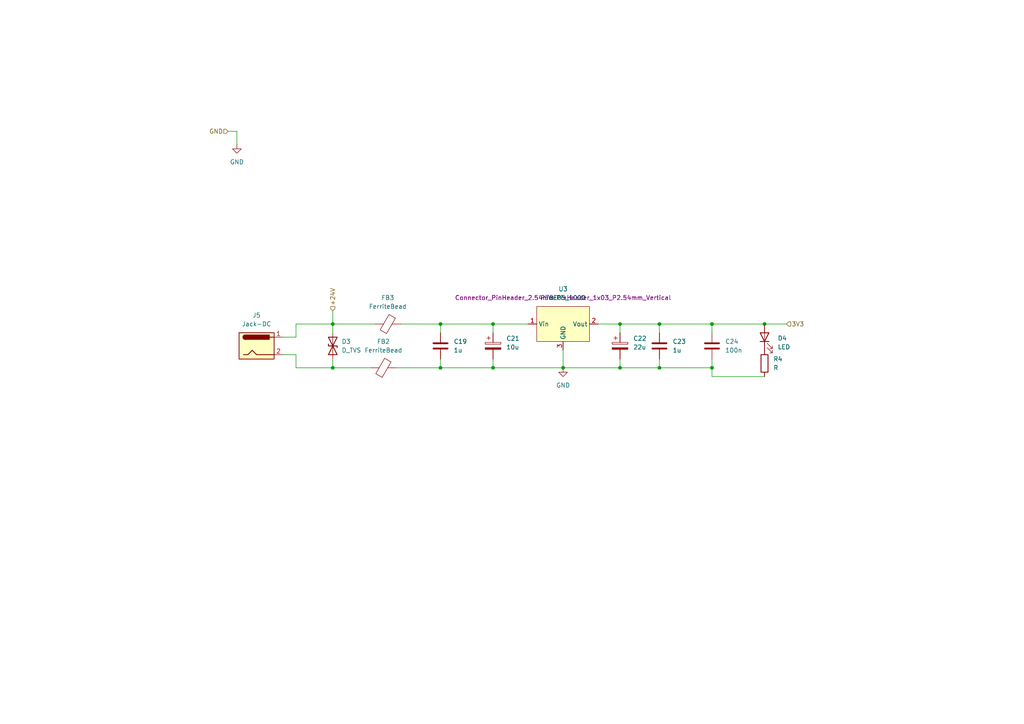
<source format=kicad_sch>
(kicad_sch (version 20211123) (generator eeschema)
  (paper "A4")
  (lib_symbols
    (symbol "Connector:Jack-DC" (pin_names (offset 1.016))
      (property "Reference" "J" (at 0 5.334 0))
      (property "Value" "Jack-DC" (at 0 -5.08 0))
      (symbol "Jack-DC_0_1"
        (rectangle (start -5.08 3.81) (end 5.08 -3.81) (stroke (width 0.254)) (fill (type background)))
        (arc (start -3.302 3.175) (mid -3.937 2.54) (end -3.302 1.905) (stroke (width 0.254)))
        (arc (start -3.302 3.175) (mid -3.937 2.54) (end -3.302 1.905) (stroke (width 0.254)) (fill (type outline)))
        (polyline (pts (xy 5.08 2.54) (xy 3.81 2.54)) (stroke (width 0.254)))
        (polyline (pts (xy -3.81 -2.54) (xy -2.54 -2.54) (xy -1.27 -1.27) (xy 0 -2.54) (xy 2.54 -2.54) (xy 5.08 -2.54)) (stroke (width 0.254)))
        (rectangle (start 3.683 3.175) (end -3.302 1.905) (stroke (width 0.254)) (fill (type outline)))
      )
      (symbol "Jack-DC_1_1"
        (pin passive line (at 7.62 2.54 180) (length 2.54) (name "~") (number "1"))
        (pin passive line (at 7.62 -2.54 180) (length 2.54) (name "~") (number "2"))
      )
    )
    (symbol "Device:C" (pin_numbers hide) (pin_names (offset 0.254))
      (property "Reference" "C" (at 0.635 2.54 0))
      (property "Value" "C" (at 0.635 -2.54 0))
      (symbol "C_0_1"
        (polyline (pts (xy -2.032 -0.762) (xy 2.032 -0.762)) (stroke (width 0.508)))
        (polyline (pts (xy -2.032 0.762) (xy 2.032 0.762)) (stroke (width 0.508)))
      )
      (symbol "C_1_1"
        (pin passive line (at 0 3.81 270) (length 2.794) (name "~") (number "1"))
        (pin passive line (at 0 -3.81 90) (length 2.794) (name "~") (number "2"))
      )
    )
    (symbol "Device:C_Polarized" (pin_numbers hide) (pin_names (offset 0.254))
      (property "Reference" "C" (at 0.635 2.54 0))
      (property "Value" "C_Polarized" (at 0.635 -2.54 0))
      (symbol "C_Polarized_0_1"
        (rectangle (start -2.286 0.508) (end 2.286 1.016))
        (polyline (pts (xy -1.778 2.286) (xy -0.762 2.286)))
        (polyline (pts (xy -1.27 2.794) (xy -1.27 1.778)))
        (rectangle (start 2.286 -0.508) (end -2.286 -1.016) (fill (type outline)))
      )
      (symbol "C_Polarized_1_1"
        (pin passive line (at 0 3.81 270) (length 2.794) (name "~") (number "1"))
        (pin passive line (at 0 -3.81 90) (length 2.794) (name "~") (number "2"))
      )
    )
    (symbol "Device:D_TVS" (pin_numbers hide) (pin_names (offset 1.016) hide)
      (property "Reference" "D" (at 0 2.54 0))
      (property "Value" "D_TVS" (at 0 -2.54 0))
      (symbol "D_TVS_0_1"
        (polyline (pts (xy 1.27 0) (xy -1.27 0)))
        (polyline (pts (xy 0.508 1.27) (xy 0 1.27) (xy 0 -1.27) (xy -0.508 -1.27)) (stroke (width 0.254)))
        (polyline (pts (xy -2.54 1.27) (xy -2.54 -1.27) (xy 2.54 1.27) (xy 2.54 -1.27) (xy -2.54 1.27)) (stroke (width 0.254)))
      )
      (symbol "D_TVS_1_1"
        (pin passive line (at -3.81 0 0) (length 2.54) (name "A1") (number "1"))
        (pin passive line (at 3.81 0 180) (length 2.54) (name "A2") (number "2"))
      )
    )
    (symbol "Device:FerriteBead" (pin_numbers hide) (pin_names (offset 0))
      (property "Reference" "FB" (at -3.81 0.635 90))
      (property "Value" "FerriteBead" (at 3.81 0 90))
      (symbol "FerriteBead_0_1"
        (polyline (pts (xy 0 -1.27) (xy 0 -1.2192)))
        (polyline (pts (xy 0 1.27) (xy 0 1.2954)))
        (polyline (pts (xy -2.7686 0.4064) (xy -1.7018 2.2606) (xy 2.7686 -0.3048) (xy 1.6764 -2.159) (xy -2.7686 0.4064)))
      )
      (symbol "FerriteBead_1_1"
        (pin passive line (at 0 3.81 270) (length 2.54) (name "~") (number "1"))
        (pin passive line (at 0 -3.81 90) (length 2.54) (name "~") (number "2"))
      )
    )
    (symbol "Device:LED" (pin_numbers hide) (pin_names (offset 1.016) hide)
      (property "Reference" "D" (at 0 2.54 0))
      (property "Value" "LED" (at 0 -2.54 0))
      (symbol "LED_0_1"
        (polyline (pts (xy -1.27 -1.27) (xy -1.27 1.27)) (stroke (width 0.254)))
        (polyline (pts (xy -1.27 0) (xy 1.27 0)))
        (polyline (pts (xy 1.27 -1.27) (xy 1.27 1.27) (xy -1.27 0) (xy 1.27 -1.27)) (stroke (width 0.254)))
        (polyline (pts (xy -3.048 -0.762) (xy -4.572 -2.286) (xy -3.81 -2.286) (xy -4.572 -2.286) (xy -4.572 -1.524)))
        (polyline (pts (xy -1.778 -0.762) (xy -3.302 -2.286) (xy -2.54 -2.286) (xy -3.302 -2.286) (xy -3.302 -1.524)))
      )
      (symbol "LED_1_1"
        (pin passive line (at -3.81 0 0) (length 2.54) (name "K") (number "1"))
        (pin passive line (at 3.81 0 180) (length 2.54) (name "A") (number "2"))
      )
    )
    (symbol "Device:R" (pin_numbers hide) (pin_names (offset 0))
      (property "Reference" "R" (at 2.032 0 90))
      (property "Value" "R" (at 0 0 90))
      (symbol "R_0_1"
        (rectangle (start -1.016 -2.54) (end 1.016 2.54) (stroke (width 0.254)))
      )
      (symbol "R_1_1"
        (pin passive line (at 0 3.81 270) (length 1.27) (name "~") (number "1"))
        (pin passive line (at 0 -3.81 90) (length 1.27) (name "~") (number "2"))
      )
    )
    (symbol "P78E05_1000:P78E05_1000"
      (property "Reference" "U" (at 0 10.16 0))
      (property "Value" "P78E05_1000" (at 0 7.62 0))
      (symbol "P78E05_1000_0_1"
        (rectangle (start -7.62 5.08) (end 7.62 -5.08) (stroke (width 0.1524)) (fill (type background)))
      )
      (symbol "P78E05_1000_1_1"
        (pin input line (at -10.16 0 0) (length 2.54) (name "Vin") (number "1"))
        (pin input line (at 10.16 0 180) (length 2.54) (name "Vout") (number "2"))
        (pin input line (at 0 -7.62 90) (length 2.54) (name "GND") (number "3"))
      )
    )
    (symbol "power:GND" (power) (pin_names (offset 0))
      (property "Value" "GND" (at 0 -3.81 0))
      (symbol "GND_0_1"
        (polyline (pts (xy 0 0) (xy 0 -1.27) (xy 1.27 -1.27) (xy 0 -2.54) (xy -1.27 -1.27) (xy 0 -1.27)))
      )
      (symbol "GND_1_1"
        (pin power_in line (at 0 0 270) (length 0) hide (name "GND") (number "1"))
      )
    )
  )
  (junction (at 179.832 106.68))
  (junction (at 127.762 106.68))
  (junction (at 179.832 93.98))
  (junction (at 143.002 93.98))
  (junction (at 163.322 106.68))
  (junction (at 206.502 93.98))
  (junction (at 206.502 106.68))
  (junction (at 221.742 93.98))
  (junction (at 127.762 93.98))
  (junction (at 191.262 106.68))
  (junction (at 191.262 93.98))
  (junction (at 96.52 93.98))
  (junction (at 96.52 106.68))
  (junction (at 143.002 106.68))
  (wire (pts (xy 82.042 97.79) (xy 85.852 97.79)))
  (wire (pts (xy 143.002 93.98) (xy 143.002 96.52)))
  (wire (pts (xy 153.162 93.98) (xy 143.002 93.98)))
  (wire (pts (xy 96.52 93.98) (xy 96.52 96.52)))
  (wire (pts (xy 163.322 106.68) (xy 179.832 106.68)))
  (wire (pts (xy 206.502 104.14) (xy 206.502 106.68)))
  (wire (pts (xy 191.262 93.98) (xy 191.262 96.52)))
  (wire (pts (xy 179.832 106.68) (xy 191.262 106.68)))
  (wire (pts (xy 107.442 106.68) (xy 96.52 106.68)))
  (wire (pts (xy 191.262 93.98) (xy 179.832 93.98)))
  (wire (pts (xy 68.707 38.1) (xy 66.167 38.1)))
  (wire (pts (xy 221.742 93.98) (xy 206.502 93.98)))
  (wire (pts (xy 206.502 109.22) (xy 206.502 106.68)))
  (wire (pts (xy 206.502 93.98) (xy 206.502 96.52)))
  (wire (pts (xy 68.707 41.91) (xy 68.707 38.1)))
  (wire (pts (xy 116.332 93.98) (xy 127.762 93.98)))
  (wire (pts (xy 191.262 104.14) (xy 191.262 106.68)))
  (wire (pts (xy 143.002 106.68) (xy 163.322 106.68)))
  (wire (pts (xy 191.262 93.98) (xy 206.502 93.98)))
  (wire (pts (xy 163.322 106.68) (xy 163.322 101.6)))
  (wire (pts (xy 127.762 93.98) (xy 127.762 96.52)))
  (wire (pts (xy 96.52 90.17) (xy 96.52 93.98)))
  (wire (pts (xy 127.762 104.14) (xy 127.762 106.68)))
  (wire (pts (xy 221.742 93.98) (xy 228.092 93.98)))
  (wire (pts (xy 173.482 93.98) (xy 179.832 93.98)))
  (wire (pts (xy 115.062 106.68) (xy 127.762 106.68)))
  (wire (pts (xy 108.712 93.98) (xy 96.52 93.98)))
  (wire (pts (xy 85.852 97.79) (xy 85.852 93.98)))
  (wire (pts (xy 143.002 104.14) (xy 143.002 106.68)))
  (wire (pts (xy 179.832 104.14) (xy 179.832 106.68)))
  (wire (pts (xy 127.762 93.98) (xy 143.002 93.98)))
  (wire (pts (xy 191.262 106.68) (xy 206.502 106.68)))
  (wire (pts (xy 85.852 93.98) (xy 96.52 93.98)))
  (wire (pts (xy 85.852 106.68) (xy 96.52 106.68)))
  (wire (pts (xy 82.042 102.87) (xy 85.852 102.87)))
  (wire (pts (xy 179.832 93.98) (xy 179.832 96.52)))
  (wire (pts (xy 221.742 109.22) (xy 206.502 109.22)))
  (wire (pts (xy 85.852 102.87) (xy 85.852 106.68)))
  (wire (pts (xy 127.762 106.68) (xy 143.002 106.68)))
  (wire (pts (xy 96.52 106.68) (xy 96.52 104.14)))
  (hierarchical_label "3V3" (shape input) (at 228.092 93.98 0))
  (hierarchical_label "GND" (shape input) (at 66.167 38.1 180))
  (hierarchical_label "+24V" (shape input) (at 96.52 90.17 90))
  (symbol (lib_id "Device:FerriteBead") (at 112.522 93.98 90) (unit 1)
    (property "Reference" "FB3" (at 112.4712 86.36 90))
    (property "Value" "FerriteBead" (at 112.4712 88.9 90))
    (property "Footprint" "Resistor_SMD:R_0603_1608Metric" (effects hide))
  )
  (symbol (lib_id "Device:C_Polarized") (at 143.002 100.33 0) (unit 1)
    (property "Reference" "C21" (at 146.812 98.1709 0) (effects (justify left)))
    (property "Value" "10u" (at 146.812 100.7109 0) (effects (justify left)))
    (property "Footprint" "Capacitor_SMD:C_1206_3216Metric" (effects hide))
  )
  (symbol (lib_id "Connector:Jack-DC") (at 74.422 100.33 0) (unit 1)
    (property "Reference" "J5" (at 74.422 91.44 0))
    (property "Value" "Jack-DC" (at 74.422 93.98 0))
    (property "Footprint" "Connector:JWT_A3963_1x02_P3.96mm_Vertical" (effects hide))
  )
  (symbol (lib_id "P78E05_1000:P78E05_1000") (at 163.322 93.98 0) (unit 1)
    (property "Reference" "U3" (at 163.322 83.82 0))
    (property "Value" "P78E05_1000" (at 163.322 86.36 0))
    (property "Footprint" "Connector_PinHeader_2.54mm:PinHeader_1x03_P2.54mm_Vertical" (at 163.322 86.36 0))
  )
  (symbol (lib_id "Device:LED") (at 221.742 97.79 90) (unit 1)
    (property "Reference" "D4" (at 225.552 98.1074 90) (effects (justify right)))
    (property "Value" "LED" (at 225.552 100.6474 90) (effects (justify right)))
    (property "Footprint" "LED_SMD:LED_0805_2012Metric" (effects hide))
  )
  (symbol (lib_id "Device:C") (at 191.262 100.33 0) (unit 1)
    (property "Reference" "C23" (at 195.072 99.0599 0) (effects (justify left)))
    (property "Value" "1u" (at 195.072 101.5999 0) (effects (justify left)))
    (property "Footprint" "Capacitor_SMD:C_0805_2012Metric" (effects hide))
  )
  (symbol (lib_id "Device:C") (at 206.502 100.33 0) (unit 1)
    (property "Reference" "C24" (at 210.312 99.0599 0) (effects (justify left)))
    (property "Value" "100n" (at 210.312 101.5999 0) (effects (justify left)))
    (property "Footprint" "Capacitor_SMD:C_0805_2012Metric" (effects hide))
  )
  (symbol (lib_id "power:GND") (at 68.707 41.91 0) (unit 1)
    (property "Reference" "#PWR0142" (effects hide))
    (property "Value" "GND" (at 68.707 46.99 0))
  )
  (symbol (lib_id "Device:FerriteBead") (at 111.252 106.68 90) (unit 1)
    (property "Reference" "FB2" (at 111.2012 99.06 90))
    (property "Value" "FerriteBead" (at 111.2012 101.6 90))
    (property "Footprint" "Resistor_SMD:R_0603_1608Metric" (effects hide))
  )
  (symbol (lib_id "Device:C_Polarized") (at 179.832 100.33 0) (unit 1)
    (property "Reference" "C22" (at 183.642 98.1709 0) (effects (justify left)))
    (property "Value" "22u" (at 183.642 100.7109 0) (effects (justify left)))
    (property "Footprint" "Capacitor_SMD:C_1206_3216Metric" (effects hide))
  )
  (symbol (lib_id "Device:D_TVS") (at 96.52 100.33 90) (unit 1)
    (property "Reference" "D3" (at 99.06 99.0599 90) (effects (justify right)))
    (property "Value" "D_TVS" (at 99.06 101.5999 90) (effects (justify right)))
    (property "Footprint" "Resistor_SMD:R_0805_2012Metric" (effects hide))
  )
  (symbol (lib_id "Device:R") (at 221.742 105.41 0) (unit 1)
    (property "Reference" "R4" (at 224.282 104.1399 0) (effects (justify left)))
    (property "Value" "R" (at 224.282 106.6799 0) (effects (justify left)))
    (property "Footprint" "Resistor_SMD:R_0805_2012Metric" (effects hide))
  )
  (symbol (lib_id "Device:C") (at 127.762 100.33 0) (unit 1)
    (property "Reference" "C19" (at 131.572 99.0599 0) (effects (justify left)))
    (property "Value" "1u" (at 131.572 101.5999 0) (effects (justify left)))
    (property "Footprint" "Capacitor_SMD:C_0805_2012Metric" (effects hide))
  )
  (symbol (lib_id "power:GND") (at 163.322 106.68 0) (unit 1)
    (property "Reference" "#PWR0108" (effects hide))
    (property "Value" "GND" (at 163.322 111.76 0))
  )
)
</source>
